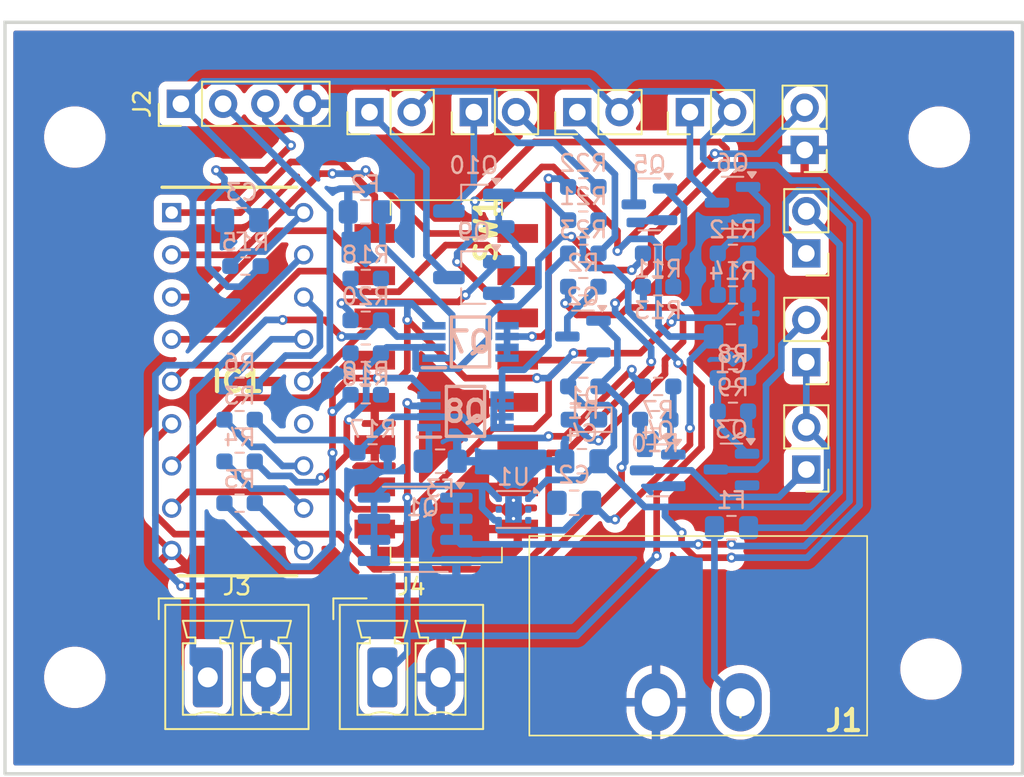
<source format=kicad_pcb>
(kicad_pcb (version 20241229) (generator "pcbnew") (generator_version "9.0")
  (layers (0 "F.Cu" signal) (2 "B.Cu" signal) (13 "F.Paste" user) (15 "B.Paste" user) (5 "F.SilkS" user "F.Silkscreen") (7 "B.SilkS" user "B.Silkscreen") (1 "F.Mask" user) (3 "B.Mask" user) (25 "Edge.Cuts" user))
  (net 0 "")
  (net 1 "+5V")
  (net 2 "Net-(BZ1--)")
  (net 3 "GND")
  (net 4 "+BATT")
  (net 5 "Net-(J2-Pin_3)")
  (net 6 "Net-(D1-A)")
  (net 7 "Net-(D2-A)")
  (net 8 "Net-(D2-K)")
  (net 9 "Net-(D3-A)")
  (net 10 "Net-(D3-K)")
  (net 11 "Net-(SW2-B)")
  (net 12 "Net-(J1-Pin_1)")
  (net 13 "Net-(Q7-S1)")
  (net 14 "Net-(Q8-S1)")
  (net 15 "Net-(IC1-OSC2)")
  (net 16 "Net-(IC1-A6)")
  (net 17 "Net-(IC1-A4)")
  (net 18 "Net-(IC1-A3)")
  (net 19 "Net-(IC1-D9)")
  (net 20 "Net-(IC1-D10)")
  (net 21 "Net-(IC1-A5)")
  (net 22 "Valid_transmission")
  (net 23 "Net-(IC1-A0)")
  (net 25 "Net-(IC1-A7)")
  (net 26 "Net-(IC1-OSC1)")
  (net 27 "Net-(IC1-A2)")
  (net 28 "Net-(IC1-A1)")
  (net 29 "Input_data")
  (net 30 "Net-(IC1-D8)")
  (net 31 "Net-(J3-Pin_1)")
  (net 32 "Net-(J4-Pin_1)")
  (net 33 "Net-(LA2--)")
  (net 34 "Net-(LA3--)")
  (net 35 "Net-(LA4--)")
  (net 36 "Net-(SW2-A)")
  (net 37 "Net-(Q2-D)")
  (net 38 "Net-(Q3-G)")
  (net 39 "Net-(Q4-G)")
  (net 40 "Net-(Q5-G)")
  (net 41 "Net-(Q6-G)")
  (net 42 "Net-(Q7-D1_1)")
  (net 43 "AD9")
  (net 44 "AD8")
  (net 45 "Net-(Q8-D1_1)")
  (net 46 "AD10")
  (net 47 "Net-(Q9-B)")
  (net 48 "Net-(Q10-B)")
  (footprint "Connector_Phoenix_MC:PhoenixContact_MCV_1,5_2-G-3.5_1x02_P3.50mm_Vertical" (layer "F.Cu") (at 91 161.5)
    (property "Reference" "J4")
    (property "Value" "Conn_01x02")
  )
  (footprint "PUT_RocketLab_other:2198MSTR" (layer "F.Cu") (at 94.8425 143.69 90)
    (property "Reference" "SW1")
    (property "Value" "SW_DIP_x08" (hide yes))
  )
  (footprint "PUT_RocketLab_other:PinHeader_1x02_P2.54mm_Vertical_led_relayboard_lpbox" (layer "F.Cu") (at 109.5 127.5 90)
    (property "Reference" "LA4" (hide yes))
    (property "Value" "Lamp")
  )
  (footprint "PUT_RocketLab_other:PinHeader_1x02_P2.54mm_Vertical_led_relayboard_lpbox" (layer "F.Cu") (at 116.5 136 180)
    (property "Reference" "SW2" (hide yes))
    (property "Value" "switch")
  )
  (footprint "PUT_RocketLab_other:PinHeader_1x02_P2.54mm_Vertical_led_relayboard_lpbox" (layer "F.Cu") (at 102.725 127.5 90)
    (property "Reference" "LA3" (hide yes))
    (property "Value" "Lamp")
  )
  (footprint "PUT_RocketLab_IC:DIP18 HT12" (layer "F.Cu") (at 82.2945 143.704)
    (property "Reference" "IC1")
    (property "Value" "HT12D-18DIP" (hide yes))
  )
  (footprint "MountingHole:MountingHole_3.2mm_M3" (layer "F.Cu") (at 124.5 129)
    (property "Reference" "H2")
    (property "Value" "MountingHole" (hide yes))
  )
  (footprint "PUT_RocketLab_other:XY2500R-DS(5.08)-02P" (layer "F.Cu") (at 110 163 180)
    (property "Reference" "J1")
    (property "Value" "Conn_01x02" (hide yes))
  )
  (footprint "PUT_RocketLab_other:PinHeader_1x02_P2.54mm_Vertical_led_relayboard_lpbox" (layer "F.Cu") (at 90.225 127.5 90)
    (property "Reference" "D2" (hide yes))
    (property "Value" "BPW21")
  )
  (footprint "MountingHole:MountingHole_3.2mm_M3" (layer "F.Cu") (at 72.5 161.5)
    (property "Reference" "H3")
    (property "Value" "MountingHole" (hide yes))
  )
  (footprint "Connector_Phoenix_MC:PhoenixContact_MCV_1,5_2-G-3.5_1x02_P3.50mm_Vertical" (layer "F.Cu") (at 80.5 161.5)
    (property "Reference" "J3")
    (property "Value" "Conn_01x02")
  )
  (footprint "PUT_RocketLab_other:PinHeader_1x02_P2.54mm_Vertical_led_relayboard_lpbox" (layer "F.Cu") (at 116.5 149 180)
    (property "Reference" "LA2" (hide yes))
    (property "Value" "Lamp")
  )
  (footprint "PUT_RocketLab_other:PinHeader_1x02_P2.54mm_Vertical_led_relayboard_lpbox" (layer "F.Cu") (at 116.5 142.54 180)
    (property "Reference" "BZ1" (hide yes))
    (property "Value" "Buzzer")
  )
  (footprint "PUT_RocketLab_other:PinHeader_1x02_P2.54mm_Vertical_led_relayboard_lpbox" (layer "F.Cu") (at 116.4 129.775 180)
    (property "Reference" "LA1" (hide yes))
    (property "Value" "Lamp")
  )
  (footprint "PUT_RocketLab_other:PinHeader_1x02_P2.54mm_Vertical_led_relayboard_lpbox" (layer "F.Cu") (at 96.5 127.5 90)
    (property "Reference" "D3" (hide yes))
    (property "Value" "BPW21")
  )
  (footprint "MountingHole:MountingHole_3.2mm_M3" (layer "F.Cu") (at 72.5 129)
    (property "Reference" "H1")
    (property "Value" "MountingHole" (hide yes))
  )
  (footprint "Connector_PinHeader_2.54mm:PinHeader_1x04_P2.54mm_Vertical" (layer "F.Cu") (at 78.88 127 90)
    (property "Reference" "J2")
    (property "Value" "Conn_01x04_Pin")
  )
  (footprint "MountingHole:MountingHole_3.2mm_M3" (layer "F.Cu") (at 124 161)
    (property "Reference" "H4")
    (property "Value" "MountingHole" (hide yes))
  )
  (footprint "Package_TO_SOT_SMD:SOT-23" (layer "B.Cu") (at 112.0625 132.95 180)
    (property "Reference" "Q6")
    (property "Value" "BSS138")
  )
  (footprint "Fuse:Fuse_0805_2012Metric_Pad1.15x1.40mm_HandSolder" (layer "B.Cu") (at 89.975 133.5 180)
    (property "Reference" "F2")
    (property "Value" "Fuse")
  )
  (footprint "Resistor_SMD:R_0603_1608Metric_Pad0.98x0.95mm_HandSolder" (layer "B.Cu") (at 82.4125 148.51 180)
    (property "Reference" "R4")
    (property "Value" "1k")
  )
  (footprint "Resistor_SMD:R_0603_1608Metric_Pad0.98x0.95mm_HandSolder" (layer "B.Cu") (at 82.4125 151.02 180)
    (property "Reference" "R5")
    (property "Value" "1k")
  )
  (footprint "Package_TO_SOT_SMD:SOT-23_Handsoldering" (layer "B.Cu") (at 96.5 137.45 180)
    (property "Reference" "Q9")
    (property "Value" "BC817")
  )
  (footprint "Package_TO_SOT_SMD:SOT-23" (layer "B.Cu") (at 107.5625 149.05 180)
    (property "Reference" "Q4")
    (property "Value" "BSS138")
  )
  (footprint "Package_TO_SOT_SMD:SOT-23" (layer "B.Cu") (at 103.0625 141 180)
    (property "Reference" "Q2")
    (property "Value" "BSS84")
  )
  (footprint "Resistor_SMD:R_0603_1608Metric_Pad0.98x0.95mm_HandSolder" (layer "B.Cu") (at 90.4125 148 180)
    (property "Reference" "R17")
    (property "Value" "1k")
  )
  (footprint "Resistor_SMD:R_0603_1608Metric_Pad0.98x0.95mm_HandSolder" (layer "B.Cu") (at 107.4125 146)
    (property "Reference" "R10")
    (property "Value" "33k")
  )
  (footprint "Resistor_SMD:R_0603_1608Metric_Pad0.98x0.95mm_HandSolder" (layer "B.Cu") (at 90 142)
    (property "Reference" "R16")
    (property "Value" "1k")
  )
  (footprint "Resistor_SMD:R_0603_1608Metric_Pad0.98x0.95mm_HandSolder" (layer "B.Cu") (at 82.7675 136.76 180)
    (property "Reference" "R15")
    (property "Value" "100k")
  )
  (footprint "Capacitor_SMD:C_0805_2012Metric_Pad1.18x1.45mm_HandSolder" (layer "B.Cu") (at 111.9625 141)
    (property "Reference" "C1")
    (property "Value" "4.7uF")
  )
  (footprint "Resistor_SMD:R_0603_1608Metric_Pad0.98x0.95mm_HandSolder" (layer "B.Cu") (at 103.0875 134 180)
    (property "Reference" "R21")
    (property "Value" "1k")
  )
  (footprint "Capacitor_SMD:C_0805_2012Metric_Pad1.18x1.45mm_HandSolder" (layer "B.Cu") (at 103 148.5 180)
    (property "Reference" "C4")
    (property "Value" "2.2uF")
  )
  (footprint "PUT_RocketLab_IC:SOP65P490X110-8N" (layer "B.Cu") (at 96 145.5)
    (property "Reference" "Q8")
    (property "Value" "IRF7503TRPBF" (hide yes))
  )
  (footprint "Package_TO_SOT_SMD:SOT-23_Handsoldering" (layer "B.Cu") (at 96.5 133.45 180)
    (property "Reference" "Q10")
    (property "Value" "BC817")
  )
  (footprint "Resistor_SMD:R_0603_1608Metric_Pad0.98x0.95mm_HandSolder" (layer "B.Cu") (at 103.0875 144)
    (property "Reference" "R1")
    (property "Value" "10K")
  )
  (footprint "Fuse:Fuse_0805_2012Metric_Pad1.15x1.40mm_HandSolder" (layer "B.Cu") (at 94.475 148.5)
    (property "Reference" "F3")
    (property "Value" "Fuse")
  )
  (footprint "Resistor_SMD:R_0603_1608Metric_Pad0.98x0.95mm_HandSolder" (layer "B.Cu") (at 103.0875 132 180)
    (property "Reference" "R22")
    (property "Value" "1k")
  )
  (footprint "Resistor_SMD:R_0603_1608Metric_Pad0.98x0.95mm_HandSolder" (layer "B.Cu") (at 103.0875 136 180)
    (property "Reference" "R23")
    (property "Value" "1k")
  )
  (footprint "Resistor_SMD:R_0603_1608Metric_Pad0.98x0.95mm_HandSolder" (layer "B.Cu") (at 103.0875 138 180)
    (property "Reference" "R2")
    (property "Value" "680R")
  )
  (footprint "Resistor_SMD:R_0603_1608Metric_Pad0.98x0.95mm_HandSolder" (layer "B.Cu") (at 107.5875 144)
    (property "Reference" "R7")
    (property "Value" "100R")
  )
  (footprint "Resistor_SMD:R_0603_1608Metric_Pad0.98x0.95mm_HandSolder" (layer "B.Cu") (at 112.0875 138.5 180)
    (property "Reference" "R14")
    (property "Value" "33k")
  )
  (footprint "Package_SON:WSON-6-1EP_2x2mm_P0.65mm_EP1x1.6mm_ThermalVias" (layer "B.Cu") (at 98.8875 151.4 180)
    (property "Reference" "U1")
    (property "Value" "TLV76750DRVx")
  )
  (footprint "Fuse:Fuse_0805_2012Metric_Pad1.15x1.40mm_HandSolder" (layer "B.Cu") (at 112 152.5 180)
    (property "Reference" "F1")
    (property "Value" "Fuse")
  )
  (footprint "Package_SO:SOIC-8_3.9x4.9mm_P1.27mm" (layer "B.Cu") (at 92.975 152.595 180)
    (property "Reference" "Q1")
    (property "Value" "IRF9393PBF")
  )
  (footprint "PUT_RocketLab_IC:SOP65P490X110-8N" (layer "B.Cu") (at 96.3 141.325)
    (property "Reference" "Q7")
    (property "Value" "IRF7503TRPBF" (hide yes))
  )
  (footprint "Capacitor_SMD:C_0805_2012Metric_Pad1.18x1.45mm_HandSolder" (layer "B.Cu") (at 102.5375 151 180)
    (property "Reference" "C2")
    (property "Value" "4.7uF/50V")
  )
  (footprint "Resistor_SMD:R_0603_1608Metric_Pad0.98x0.95mm_HandSolder" (layer "B.Cu") (at 90 144.5 180)
    (property "Reference" "R19")
    (property "Value" "1k")
  )
  (footprint "Resistor_SMD:R_0603_1608Metric_Pad0.98x0.95mm_HandSolder" (layer "B.Cu") (at 82.4125 144 180)
    (property "Reference" "R6")
    (property "Value" "750M")
  )
  (footprint "Package_TO_SOT_SMD:SOT-23" (layer "B.Cu") (at 107.0625 133.05 180)
    (property "Reference" "Q5")
    (property "Value" "BSS138")
  )
  (footprint "Package_TO_SOT_SMD:SOT-23" (layer "B.Cu") (at 112 149 180)
    (property "Reference" "Q3")
    (property "Value" "BSS138")
  )
  (footprint "Resistor_SMD:R_0603_1608Metric_Pad0.98x0.95mm_HandSolder" (layer "B.Cu") (at 82.4125 146 180)
    (property "Reference" "R3")
    (property "Value" "1k")
  )
  (footprint "Resistor_SMD:R_0603_1608Metric_Pad0.98x0.95mm_HandSolder" (layer "B.Cu") (at 107.5875 136)
    (property "Reference" "R11")
    (property "Value" "100R")
  )
  (footprint "Resistor_SMD:R_0603_1608Metric_Pad0.98x0.95mm_HandSolder" (layer "B.Cu") (at 90 137.51 180)
    (property "Reference" "R18")
    (property "Value" "1k")
  )
  (footprint "Resistor_SMD:R_0603_1608Metric_Pad0.98x0.95mm_HandSolder" (layer "B.Cu") (at 107.5875 138)
    (property "Reference" "R13")
    (property "Value" "33k")
  )
  (footprint "LED_SMD:LED_0603_1608Metric_Pad1.05x0.95mm_HandSolder" (layer "B.Cu") (at 103.125 146 180)
    (property "Reference" "D1")
    (property "Value" "LED")
  )
  (footprint "Resistor_SMD:R_0603_1608Metric_Pad0.98x0.95mm_HandSolder" (layer "B.Cu") (at 112.0875 145.5 180)
    (property "Reference" "R9")
    (property "Value" "33k")
  )
  (footprint "Resistor_SMD:R_0603_1608Metric_Pad0.98x0.95mm_HandSolder" (layer "B.Cu") (at 112.0875 136 180)
    (property "Reference" "R12")
    (property "Value" "100R")
  )
  (footprint "Resistor_SMD:R_0603_1608Metric_Pad0.98x0.95mm_HandSolder" (layer "B.Cu") (at 90 140.02 180)
    (property "Reference" "R20")
    (property "Value" "1k")
  )
  (footprint "Capacitor_SMD:C_0805_2012Metric_Pad1.18x1.45mm_HandSolder" (layer "B.Cu") (at 82.5375 134 180)
    (property "Reference" "C3")
    (property "Value" "4.7uF/50V")
  )
  (footprint "Resistor_SMD:R_0603_1608Metric_Pad0.98x0.95mm_HandSolder" (layer "B.Cu") (at 112.0875 143.49 180)
    (property "Reference" "R8")
    (property "Value" "100R")
  )
  (gr_rect (start 68.3 122.1) (end 129.5 167.3) (stroke (width 0.2)) (fill no) (layer "Edge.Cuts"))
  (segment (start 109 152.8) (end 109 153.48995) (width 0.4) (layer "F.Cu") (net 1))
  (segment (start 109.810053 154.300003) (end 112 154.300003) (width 0.4) (layer "F.Cu") (net 1))
  (segment (start 109 153.48995) (end 109.810053 154.300003) (width 0.4) (layer "F.Cu") (net 1))
  (via (at 112 154.300003) (size 0.6) (drill 0.3) (layers "F.Cu" "B.Cu") (net 1))
  (via (at 109 152.8) (size 0.6) (drill 0.3) (layers "F.Cu" "B.Cu") (net 1))
  (segment (start 108 151.25) (end 106.7875 151.25) (width 0.4) (layer "B.Cu") (net 1))
  (segment (start 104.558142 145.125) (end 104.925 145.491858) (width 0.4) (layer "B.Cu") (net 1))
  (segment (start 104.0375 148.5) (end 102.9125 149.625) (width 0.4) (layer "B.Cu") (net 1))
  (segment (start 102.175 144) (end 102.175 144.175) (width 0.4) (layer "B.Cu") (net 1))
  (segment (start 80.23 125.65) (end 78.88 127) (width 0.4) (layer "B.Cu") (net 1))
  (segment (start 102.175 144.175) (end 103.125 145.125) (width 0.4) (layer "B.Cu") (net 1))
  (segment (start 103.415 125.65) (end 80.23 125.65) (width 0.4) (layer "B.Cu") (net 1))
  (segment (start 114.686472 130.7) (end 110.71005 130.7) (width 0.4) (layer "B.Cu") (net 1))
  (segment (start 102.175 143.775) (end 104 141.95) (width 0.4) (layer "B.Cu") (net 1))
  (segment (start 106.515 126.25) (end 110.79 126.25) (width 0.4) (layer "B.Cu") (net 1))
  (segment (start 119.7 134.043705) (end 117.266295 131.61) (width 0.4) (layer "B.Cu") (net 1))
  (segment (start 110.79 126.25) (end 112.04 127.5) (width 0.4) (layer "B.Cu") (net 1))
  (segment (start 116.5 146.46) (end 117.75 147.71) (width 0.4) (layer "B.Cu") (net 1))
  (segment (start 102.175 144) (end 102.175 143.775) (width 0.4) (layer "B.Cu") (net 1))
  (segment (start 110.71005 130.7) (end 110.3 130.28995) (width 0.4) (layer "B.Cu") (net 1))
  (segment (start 116.75 151.25) (end 108 151.25) (width 0.4) (layer "B.Cu") (net 1))
  (segment (start 106.7875 151.25) (end 104.0375 148.5) (width 0.4) (layer "B.Cu") (net 1))
  (segment (start 81.855 136.76) (end 82.73 135.885) (width 0.4) (layer "B.Cu") (net 1))
  (segment (start 104.925 145.491858) (end 104.925 147.6125) (width 0.4) (layer "B.Cu") (net 1))
  (segment (start 117.266295 131.61) (end 115.596472 131.61) (width 0.4) (layer "B.Cu") (net 1))
  (segment (start 82.73 135.885) (end 83.9225 135.885) (width 0.4) (layer "B.Cu") (net 1))
  (segment (start 112 154.300003) (end 116.548525 154.300003) (width 0.4) (layer "B.Cu") (net 1))
  (segment (start 100.9125 149.625) (end 99.7875 150.75) (width 0.4) (layer "B.Cu") (net 1))
  (segment (start 110.3 129.24) (end 112.04 127.5) (width 0.4) (layer "B.Cu") (net 1))
  (segment (start 117.75 150.25) (end 116.75 151.25) (width 0.4) (layer "B.Cu") (net 1))
  (segment (start 85.424 133.544) (end 78.88 127) (width 0.4) (layer "B.Cu") (net 1))
  (segment (start 116.5 142.54) (end 116.5 146.46) (width 0.4) (layer "B.Cu") (net 1))
  (segment (start 102.9125 149.625) (end 100.9125 149.625) (width 0.4) (layer "B.Cu") (net 1))
  (segment (start 105.265 127.5) (end 106.515 126.25) (width 0.4) (layer "B.Cu") (net 1))
  (segment (start 83.9225 135.885) (end 86.2635 133.544) (width 0.4) (layer "B.Cu") (net 1))
  (segment (start 115.596472 131.61) (end 114.686472 130.7) (width 0.4) (layer "B.Cu") (net 1))
  (segment (start 117.75 147.71) (end 117.75 150.25) (width 0.4) (layer "B.Cu") (net 1))
  (segment (start 104.925 147.6125) (end 104.0375 148.5) (width 0.4) (layer "B.Cu") (net 1))
  (segment (start 116.548525 154.300003) (end 119.7 151.148528) (width 0.4) (layer "B.Cu") (net 1))
  (segment (start 86.2635 133.544) (end 85.424 133.544) (width 0.4) (layer "B.Cu") (net 1))
  (segment (start 103.125 145.125) (end 104.558142 145.125) (width 0.4) (layer "B.Cu") (net 1))
  (segment (start 108 151.8) (end 109 152.8) (width 0.4) (layer "B.Cu") (net 1))
  (segment (start 105.265 127.5) (end 103.415 125.65) (width 0.4) (layer "B.Cu") (net 1))
  (segment (start 119.7 151.148528) (end 119.7 134.043705) (width 0.4) (layer "B.Cu") (net 1))
  (segment (start 110.3 130.28995) (end 110.3 129.24) (width 0.4) (layer "B.Cu") (net 1))
  (segment (start 108 151.25) (end 108 151.8) (width 0.4) (layer "B.Cu") (net 1))
  (segment (start 116.5 140) (end 115 141.5) (width 0.4) (layer "B.Cu") (net 2))
  (segment (start 114.075 143.925) (end 114.075 148.431974) (width 0.4) (layer "B.Cu") (net 2))
  (segment (start 114.075 148.431974) (end 113.506974 149) (width 0.4) (layer "B.Cu") (net 2))
  (segment (start 115 143) (end 114.075 143.925) (width 0.4) (layer "B.Cu") (net 2))
  (segment (start 113.506974 149) (end 111.0625 149) (width 0.4) (layer "B.Cu") (net 2))
  (segment (start 115 141.5) (end 115 143) (width 0.4) (layer "B.Cu") (net 2))
  (segment (start 100.6 130.8) (end 98 133.4) (width 0.4) (layer "F.Cu") (net 4))
  (segment (start 111 130) (end 110.5 130.5) (width 0.4) (layer "F.Cu") (net 4))
  (segment (start 105.141562 135.848389) (end 105.141562 134.651612) (width 0.4) (layer "F.Cu") (net 4))
  (segment (start 110.5 130.5) (end 110.489951 130.5) (width 0.4) (layer "F.Cu") (net 4))
  (segment (start 110.489951 130.5) (end 105.141562 135.848389) (width 0.4) (layer "F.Cu") (net 4))
  (segment (start 105.141562 134.651612) (end 101.28995 130.8) (width 0.4) (layer "F.Cu") (net 4))
  (segment (start 109.5 147.5) (end 105 152) (width 0.4) (layer "F.Cu") (net 4))
  (segment (start 109.5 146.5) (end 109.5 147.5) (width 0.4) (layer "F.Cu") (net 4))
  (segment (start 101.28995 130.8) (end 100.6 130.8) (width 0.4) (layer "F.Cu") (net 4))
  (via (at 111 130) (size 0.6) (drill 0.3) (layers "F.Cu" "B.Cu") (net 4))
  (via (at 105 152) (size 0.6) (drill 0.3) (layers "F.Cu" "B.Cu") (net 4))
  (via (at 98 133.4) (size 0.6) (drill 0.3) (layers "F.Cu" "B.Cu") (net 4))
  (via (at 105.141562 135.848389) (size 0.6) (drill 0.3) (layers "F.Cu" "B.Cu") (net 4))
  (via (at 109.5 146.5) (size 0.6) (drill 0.3) (layers "F.Cu" "B.Cu") (net 4))
  (segment (start 90.5 153.23) (end 90.5 151.96) (width 0.4) (layer "B.Cu") (net 4))
  (segment (start 90.5 150.69) (end 91.2 149.99) (width 0.4) (layer "B.Cu") (net 4))
  (segment (start 97 149.99) (end 97.24 149.99) (width 0.4) (layer "B.Cu") (net 4))
  (segment (start 107.6125 140.333142) (end 108.279358 141) (width 0.4) (layer "B.Cu") (net 4))
  (segment (start 109.5 142.425) (end 109.5 146.5) (width 0.4) (layer "B.Cu") (net 4))
  (segment (start 104.575 152) (end 103.575 151) (width 0.4) (layer "B.Cu") (net 4))
  (segment (start 90.5 151.96) (end 90.5 150.69) (width 0.4) (layer "B.Cu") (net 4))
  (segment (start 98.0375 152.65) (end 97.9875 152.6) (width 0.4) (layer "B.Cu") (net 4))
  (segment (start 107.195642 135.125) (end 107.6125 135.541858) (width 0.4) (layer "B.Cu") (net 4))
  (segment (start 97.749134 152.05) (end 97.9875 152.05) (width 0.4) (layer "B.Cu") (net 4))
  (segment (start 97.9875 152.6) (end 97.9875 152.05) (width 0.4) (layer "B.Cu") (net 4))
  (segment (start 105.141562 135.848389) (end 105.864951 135.125) (width 0.4) (layer "B.Cu") (net 4))
  (segment (start 110.925 141) (end 108.279358 141) (width 0.4) (layer "B.Cu") (net 4))
  (segment (start 98 138.4) (end 99.5 136.9) (width 0.4) (layer "B.Cu") (net 4))
  (segment (start 113.635 130) (end 111 130) (width 0.4) (layer "B.Cu") (net 4))
  (segment (start 97.9875 150.7375) (end 97.9875 150.75) (width 0.4) (layer "B.Cu") (net 4))
  (segment (start 98 133.4) (end 98 134.4) (width 0.4) (layer "B.Cu") (net 4))
  (segment (start 116.4 127.235) (end 113.635 130) (width 0.4) (layer "B.Cu") (net 4))
  (segment (start 97 151.300866) (end 97.749134 152.05) (width 0.4) (layer "B.Cu") (net 4))
  (segment (start 99 135.5) (end 99 135.4) (width 0.4) (layer "B.Cu") (net 4))
  (segment (start 105.864951 135.125) (end 107.195642 135.125) (width 0.4) (layer "B.Cu") (net 4))
  (segment (start 97.24 149.99) (end 97.9875 150.7375) (width 0.4) (layer "B.Cu") (net 4))
  (segment (start 103.575 151) (end 101.925 152.65) (width 0.4) (layer "B.Cu") (net 4))
  (segment (start 101.925 152.65) (end 98.0375 152.65) (width 0.4) (layer "B.Cu") (net 4))
  (segment (start 110.925 141) (end 109.5 142.425) (width 0.4) (layer "B.Cu") (net 4))
  (segment (start 90.5 154.5) (end 90.5 153.23) (width 0.4) (layer "B.Cu") (net 4))
  (segment (start 99.5 136.9) (end 99.5 136) (width 0.4) (layer "B.Cu") (net 4))
  (segment (start 97 149.99) (end 97 151.300866) (width 0.4) (layer "B.Cu") (net 4))
  (segment (start 91.2 149.99) (end 97 149.99) (width 0.4) (layer "B.Cu") (net 4))
  (segment (start 99.5 136) (end 99 135.5) (width 0.4) (layer "B.Cu") (net 4))
  (segment (start 105 152) (end 104.575 152) (width 0.4) (layer "B.Cu") (net 4))
  (segment (start 99 135.4) (end 98 134.4) (width 0.4) (layer "B.Cu") (net 4))
  (segment (start 107.6125 135.541858) (end 107.6125 140.333142) (width 0.4) (layer "B.Cu") (net 4))
  (segment (start 85.5 129.5) (end 84 131) (width 0.4) (layer "F.Cu") (net 5))
  (segment (start 84 131) (end 81 131) (width 0.4) (layer "F.Cu") (net 5))
  (via (at 81 131) (size 0.6) (drill 0.3) (layers "F.Cu" "B.Cu") (net 5))
  (via (at 85.5 129.5) (size 0.6) (drill 0.3) (layers "F.Cu" "B.Cu") (net 5))
  (segment (start 81.5375 131.9625) (end 83.575 134) (width 0.4) (layer "B.Cu") (net 5))
  (segment (start 81.5375 131.9625) (end 80.5125 132.9875) (width 0.4) (layer "B.Cu") (net 5))
  (segment (start 83.96 127.96) (end 85.5 129.5) (width 0.4) (layer "B.Cu") (net 5))
  (segment (start 83.96 127) (end 83.96 127.96) (width 0.4) (layer "B.Cu") (net 5))
  (segment (start 80.5125 132.9875) (end 80.5125 136.813142) (width 0.4) (layer "B.Cu") (net 5))
  (segment (start 81.5 131.925) (end 81.5375 131.9625) (width 0.4) (layer "B.Cu") (net 5))
  (segment (start 80.5125 136.813142) (end 81.699358 138) (width 0.4) (layer "B.Cu") (net 5))
  (segment (start 81.699358 138) (end 82.44 138) (width 0.4) (layer "B.Cu") (net 5))
  (segment (start 82.44 138) (end 83.68 136.76) (width 0.4) (layer "B.Cu") (net 5))
  (segment (start 81.5 131.5) (end 81.5 131.925) (width 0.4) (layer "B.Cu") (net 5))
  (segment (start 81 131) (end 81.5 131.5) (width 0.4) (layer "B.Cu") (net 5))
  (segment (start 108 143.25) (end 108 142.75) (width 0.4) (layer "F.Cu") (net 6))
  (segment (start 109.084654 141.311974) (end 109.084654 139.825396) (width 0.4) (layer "F.Cu") (net 6))
  (segment (start 102.7 139.7) (end 102 139) (width 0.4) (layer "F.Cu") (net 6))
  (segment (start 105.73995 139.25) (end 105.28995 139.7) (width 0.4) (layer "F.Cu") (net 6))
  (segment (start 108 142.396628) (end 109.084654 141.311974) (width 0.4) (layer "F.Cu") (net 6))
  (segment (start 105.28995 139.7) (end 102.7 139.7) (width 0.4) (layer "F.Cu") (net 6))
  (segment (start 108.509258 139.25) (end 105.73995 139.25) (width 0.4) (layer "F.Cu") (net 6))
  (segment (start 109.084654 139.825396) (end 108.509258 139.25) (width 0.4) (layer "F.Cu") (net 6))
  (segment (start 108 142.75) (end 108 142.396628) (width 0.4) (layer "F.Cu") (net 6))
  (segment (start 104 147.25) (end 108 143.25) (width 0.4) (layer "F.Cu") (net 6))
  (via (at 104 147.25) (size 0.6) (drill 0.3) (layers "F.Cu" "B.Cu") (net 6))
  (via (at 102 139) (size 0.6) (drill 0.3) (layers "F.Cu" "B.Cu") (net 6))
  (segment (start 103.5 147.25) (end 104 147.25) (width 0.4) (layer "B.Cu") (net 6))
  (segment (start 102.25 146) (end 103.5 147.25) (width 0.4) (layer "B.Cu") (net 6))
  (segment (start 102.175 138) (end 102.175 138.825) (width 0.4) (layer "B.Cu") (net 6))
  (segment (start 102.175 138.825) (end 102 139) (width 0.4) (layer "B.Cu") (net 6))
  (segment (start 93.65 136.1) (end 93.65 130.925) (width 0.4) (layer "B.Cu") (net 7))
  (segment (start 95 137.45) (end 93.65 136.1) (width 0.4) (layer "B.Cu") (net 7))
  (segment (start 93.65 130.925) (end 90.225 127.5) (width 0.4) (layer "B.Cu") (net 7))
  (segment (start 99.122233 129.35) (end 97.75 127.977767) (width 0.4) (layer "B.Cu") (net 8))
  (segment (start 104 132) (end 101.35 129.35) (width 0.4) (layer "B.Cu") (net 8))
  (segment (start 101.35 129.35) (end 99.122233 129.35) (width 0.4) (layer "B.Cu") (net 8))
  (segment (start 97.75 126.25) (end 94.015 126.25) (width 0.4) (layer "B.Cu") (net 8))
  (segment (start 97.75 127.977767) (end 97.75 126.25) (width 0.4) (layer "B.Cu") (net 8))
  (segment (start 94.015 126.25) (end 92.765 127.5) (width 0.4) (layer "B.Cu") (net 8))
  (segment (start 95 133.45) (end 96.5 131.95) (width 0.4) (layer "B.Cu") (net 9))
  (segment (start 96.5 131.95) (end 96.5 127.5) (width 0.4) (layer "B.Cu") (net 9))
  (segment (start 102.5 128.75) (end 100.29 128.75) (width 0.4) (layer "B.Cu") (net 10))
  (segment (start 104 136) (end 104.9875 135.0125) (width 0.4) (layer "B.Cu") (net 10))
  (segment (start 104.9875 131.2375) (end 102.5 128.75) (width 0.4) (layer "B.Cu") (net 10))
  (segment (start 100.29 128.75) (end 99.04 127.5) (width 0.4) (layer "B.Cu") (net 10))
  (segment (start 104.9875 135.0125) (end 104.9875 131.2375) (width 0.4) (layer "B.Cu") (net 10))
  (segment (start 118.5 135.46) (end 116.5 133.46) (width 0.4) (layer "B.Cu") (net 11))
  (segment (start 116.348528 152.5) (end 118.5 150.348528) (width 0.4) (layer "B.Cu") (net 11))
  (segment (start 118.5 150.348528) (end 118.5 135.46) (width 0.4) (layer "B.Cu") (net 11))
  (segment (start 113.025 152.5) (end 116.348528 152.5) (width 0.4) (layer "B.Cu") (net 11))
  (segment (start 110.975 152.5) (end 110.975 161.435) (width 0.4) (layer "B.Cu") (net 12))
  (segment (start 110.975 161.435) (end 112.54 163) (width 0.4) (layer "B.Cu") (net 12))
  (segment (start 95.2 139.7) (end 91 135.5) (width 0.4) (layer "B.Cu") (net 13))
  (segment (start 94.1 142.3) (end 95.175 142.3) (width 0.4) (layer "B.Cu") (net 13))
  (segment (start 91 135.5) (end 91 133.5) (width 0.4) (layer "B.Cu") (net 13))
  (segment (start 95.2 142.275) (end 95.2 139.7) (width 0.4) (layer "B.Cu") (net 13))
  (segment (start 95.175 142.3) (end 95.2 142.275) (width 0.4) (layer "B.Cu") (net 13))
  (segment (start 93.8 146.475) (end 93.8 148.15) (width 0.4) (layer "B.Cu") (net 14))
  (segment (start 93.8 148.15) (end 93.45 148.5) (width 0.4) (layer "B.Cu") (net 14))
  (segment (start 84.336 141.164) (end 86.2635 141.164) (width 0.4) (layer "B.Cu") (net 15))
  (segment (start 81.5 144) (end 84.336 141.164) (width 0.4) (layer "B.Cu") (net 15))
  (segment (start 89.08 142.42) (end 88.1755 143.3245) (width 0.4) (layer "F.Cu") (net 16))
  (segment (start 88.1755 143.3245) (end 87.5 143.3245) (width 0.4) (layer "F.Cu") (net 16))
  (segment (start 90.5425 142.42) (end 89.08 142.42) (width 0.4) (layer "F.Cu") (net 16))
  (segment (start 87.5 143.3245) (end 87.5 143.852723) (width 0.4) (layer "F.Cu") (net 16))
  (segment (start 82.426 144.6835) (end 78.3255 148.784) (width 0.4) (layer "F.Cu") (net 16))
  (segment (start 87.5 143.852723) (end 86.669223 144.6835) (width 0.4) (layer "F.Cu") (net 16))
  (segment (start 86.669223 144.6835) (end 82.426 144.6835) (width 0.4) (layer "F.Cu") (net 16))
  (segment (start 78.3255 143.704) (end 79.305 142.7245) (width 0.4) (layer "F.Cu") (net 17))
  (segment (start 87.80845 142.7245) (end 90.5425 139.99045) (width 0.4) (layer "F.Cu") (net 17))
  (segment (start 79.305 142.7245) (end 87.80845 142.7245) (width 0.4) (layer "F.Cu") (net 17))
  (segment (start 90.5425 139.99045) (end 90.5425 139.88) (width 0.4) (layer "F.Cu") (net 17))
  (segment (start 81.8995 141.164) (end 78.3255 141.164) (width 0.4) (layer "F.Cu") (net 18))
  (segment (start 92 138.305) (end 88.9225 138.305) (width 0.4) (layer "F.Cu") (net 18))
  (segment (start 97.3025 135.5) (end 94.805 135.5) (width 0.4) (layer "F.Cu") (net 18))
  (segment (start 99.1425 137.34) (end 97.3025 135.5) (width 0.4) (layer "F.Cu") (net 18))
  (segment (start 86 137.0635) (end 81.8995 141.164) (width 0.4) (layer "F.Cu") (net 18))
  (segment (start 87.681 137.0635) (end 86 137.0635) (width 0.4) (layer "F.Cu") (net 18))
  (segment (start 88.9225 138.305) (end 87.681 137.0635) (width 0.4) (layer "F.Cu") (net 18))
  (segment (start 94.805 135.5) (end 92 138.305) (width 0.4) (layer "F.Cu") (net 18))
  (segment (start 83.135 150.145) (end 81.5 148.51) (width 0.4) (layer "B.Cu") (net 19))
  (segment (start 86.2635 151.324) (end 85.0845 150.145) (width 0.4) (layer "B.Cu") (net 19))
  (segment (start 85.0845 150.145) (end 83.135 150.145) (width 0.4) (layer "B.Cu") (net 19))
  (segment (start 84.994642 148.784) (end 86.2635 148.784) (width 0.4) (layer "B.Cu") (net 20))
  (segment (start 81.5 146) (end 83.135 147.635) (width 0.4) (layer "B.Cu") (net 20))
  (segment (start 83.845642 147.635) (end 84.994642 148.784) (width 0.4) (layer "B.Cu") (net 20))
  (segment (start 83.135 147.635) (end 83.845642 147.635) (width 0.4) (layer "B.Cu") (net 20))
  (segment (start 100.4325 153.875) (end 101 153.3075) (width 0.4) (layer "F.Cu") (net 21))
  (segment (start 101 153.3075) (end 101 148) (width 0.4) (layer "F.Cu") (net 21))
  (segment (start 100.13995 129.3) (end 96.570558 132.869392) (width 0.4) (layer "F.Cu") (net 21))
  (segment (start 107.530761 134.669239) (end 111.7 130.5) (width 0.4) (layer "F.Cu") (net 21))
  (segment (start 78.5 152.8845) (end 88.3845 152.8845) (width 0.4) (layer "F.Cu") (net 21))
  (segment (start 77.346 147.2235) (end 77.346 151.7305) (width 0.4) (layer "F.Cu") (net 21))
  (segment (start 111.28995 129.3) (end 100.13995 129.3) (width 0.4) (layer "F.Cu") (net 21))
  (segment (start 107.169239 135.5) (end 107.169239 134.669239) (width 0.4) (layer "F.Cu") (net 21))
  (segment (start 88.3845 152.8845) (end 90.500003 155.000003) (width 0.4) (layer "F.Cu") (net 21))
  (segment (start 105 139) (end 107.169239 136.830761) (width 0.4) (layer "F.Cu") (net 21))
  (segment (start 98.88 139.88) (end 99.1425 139.88) (width 0.4) (layer "F.Cu") (net 21))
  (segment (start 101.98995 148) (end 107.16924 142.82071) (width 0.4) (layer "F.Cu") (net 21))
  (segment (start 111.7 130.5) (end 111.7 129.71005) (width 0.4) (layer "F.Cu") (net 21))
  (segment (start 111.7 129.71005) (end 111.28995 129.3) (width 0.4) (layer "F.Cu") (net 21))
  (segment (start 77.346 151.7305) (end 78.5 152.8845) (width 0.4) (layer "F.Cu") (net 21))
  (segment (start 101 148) (end 101.98995 148) (width 0.4) (layer "F.Cu") (net 21))
  (segment (start 100.375 153.875) (end 100.4325 153.875) (width 0.4) (layer "F.Cu") (net 21))
  (segment (start 90.500003 155.000003) (end 99.249997 155.000003) (width 0.4) (layer "F.Cu") (net 21))
  (segment (start 107.169239 136.830761) (end 107.169239 135.5) (width 0.4) (layer "F.Cu") (net 21))
  (segment (start 99.249997 155.000003) (end 100.375 153.875) (width 0.4) (layer "F.Cu") (net 21))
  (segment (start 95.5 136.5) (end 98.88 139.88) (width 0.4) (layer "F.Cu") (net 21))
  (segment (start 107.169239 134.669239) (end 107.530761 134.669239) (width 0.4) (layer "F.Cu") (net 21))
  (segment (start 78.3255 146.244) (end 77.346 147.2235) (width 0.4) (layer "F.Cu") (net 21))
  (via (at 105 139) (size 0.6) (drill 0.3) (layers "F.Cu" "B.Cu") (net 21))
  (via (at 107.16924 142.5) (size 0.6) (drill 0.3) (layers "F.Cu" "B.Cu") (net 21))
  (via (at 95.5 136.5) (size 0.6) (drill 0.3) (layers "F.Cu" "B.Cu") (net 21))
  (via (at 96.570558 132.869392) (size 0.6) (drill 0.3) (layers "F.Cu" "B.Cu") (net 21))
  (segment (start 107.16924 141.690924) (end 105 139.521684) (width 0.4) (layer "B.Cu") (net 21))
  (segment (start 96.570558 134.929442) (end 95.5 136) (width 0.4) (layer "B.Cu") (net 21))
  (segment (start 105 139.521684) (end 105 139) (width 0.4) (layer "B.Cu") (net 21))
  (segment (start 95.5 136) (end 95.5 136.5) (width 0.4) (layer "B.Cu") (net 21))
  (segment (start 96.570558 132.869392) (end 96.570558 134.929442) (width 0.4) (layer "B.Cu") (net 21))
  (segment (start 107.16924 142.5) (end 107.16924 141.690924) (width 0.4) (layer "B.Cu") (net 21))
  (segment (start 105.388865 149.767163) (end 99.156028 156) (width 0.4) (layer "F.Cu") (net 22))
  (segment (start 99.156028 156) (end 78.9 156) (width 0.4) (layer "F.Cu") (net 22))
  (segment (start 105.388865 148.861415) (end 105.388865 149.767163) (width 0.4) (layer "F.Cu") (net 22))
  (via (at 105.388865 148.861415) (size 0.6) (drill 0.3) (layers "F.Cu" "B.Cu") (net 22))
  (via (at 78.9 156) (size 0.6) (drill 0.3) (layers "F.Cu" "B.Cu") (net 22))
  (segment (start 105.616694 145.384339) (end 105.616694 145.129194) (width 0.4) (layer "B.Cu") (net 22))
  (segment (start 105.616694 145.384339) (end 105.6125 145.388533) (width 0.4) (layer "B.Cu") (net 22))
  (segment (start 105.1375 142.8625) (end 105.1375 141.1875) (width 0.4) (layer "B.Cu") (net 22))
  (segment (start 77.346 143.298277) (end 77.346 154.446) (width 0.4) (layer "B.Cu") (net 22))
  (segment (start 104.4875 144) (end 104 144) (width 0.4) (layer "B.Cu") (net 22))
  (segment (start 104 144) (end 105.1375 142.8625) (width 0.4) (layer "B.Cu") (net 22))
  (segment (start 79.623 142.7245) (end 77.919777 142.7245) (width 0.4) (layer "B.Cu") (net 22))
  (segment (start 86.2635 136.084) (end 79.623 142.7245) (width 0.4) (layer "B.Cu") (net 22))
  (segment (start 105.1375 141.1875) (end 104 140.05) (width 0.4) (layer "B.Cu") (net 22))
  (segment (start 105.6125 145.388533) (end 105.6125 148.543026) (width 0.4) (layer "B.Cu") (net 22))
  (segment (start 105.616694 145.129194) (end 104.4875 144) (width 0.4) (layer "B.Cu") (net 22))
  (segment (start 77.346 154.446) (end 78.9 156) (width 0.4) (layer "B.Cu") (net 22))
  (segment (start 105.388865 148.766661) (end 105.388865 148.861415) (width 0.4) (layer "B.Cu") (net 22))
  (segment (start 77.919777 142.7245) (end 77.346 143.298277) (width 0.4) (layer "B.Cu") (net 22))
  (segment (start 105.6125 148.543026) (end 105.388865 148.766661) (width 0.4) (layer "B.Cu") (net 22))
  (segment (start 88.5 130.5) (end 90.5425 132.5425) (width 0.4) (layer "F.Cu") (net 23))
  (segment (start 78.3255 133.544) (end 82.44595 133.544) (width 0.4) (layer "F.Cu") (net 23))
  (segment (start 90.5425 132.5425) (end 90.5425 134.8) (width 0.4) (layer "F.Cu") (net 23))
  (segment (start 82.44595 133.544) (end 85.48995 130.5) (width 0.4) (layer "F.Cu") (net 23))
  (segment (start 85.48995 130.5) (end 88.5 130.5) (width 0.4) (layer "F.Cu") (net 23))
  (segment (start 101.92 142.42) (end 99.1425 142.42) (width 0.4) (layer "F.Cu") (net 25))
  (segment (start 97.64495 146.535) (end 100.1525 146.535) (width 0.4) (layer "F.Cu") (net 25))
  (segment (start 102 142.5) (end 101.92 142.42) (width 0.4) (layer "F.Cu") (net 25))
  (segment (start 88.3445 150.3445) (end 89.39 151.39) (width 0.4) (layer "F.Cu") (net 25))
  (segment (start 92.78995 151.39) (end 97.64495 146.535) (width 0.4) (layer "F.Cu") (net 25))
  (segment (start 89.39 151.39) (end 92.78995 151.39) (width 0.4) (layer "F.Cu") (net 25))
  (segment (start 100.1525 146.535) (end 101 145.6875) (width 0.4) (layer "F.Cu") (net 25))
  (segment (start 78.3255 151.324) (end 79.305 150.3445) (width 0.4) (layer "F.Cu") (net 25))
  (segment (start 79.305 150.3445) (end 88.3445 150.3445) (width 0.4) (layer "F.Cu") (net 25))
  (segment (start 101 145.6875) (end 101 143.5) (width 0.4) (layer "F.Cu") (net 25))
  (segment (start 101 143.5) (end 102 142.5) (width 0.4) (layer "F.Cu") (net 25))
  (segment (start 87.243 141.569723) (end 87.243 139.6035) (width 0.4) (layer "B.Cu") (net 26))
  (segment (start 86.669223 142.1435) (end 87.243 141.569723) (width 0.4) (layer "B.Cu") (net 26))
  (segment (start 87.243 139.6035) (end 86.2635 138.624) (width 0.4) (layer "B.Cu") (net 26))
  (segment (start 83.325 144) (end 85.1815 142.1435) (width 0.4) (layer "B.Cu") (net 26))
  (segment (start 85.1815 142.1435) (end 86.669223 142.1435) (width 0.4) (layer "B.Cu") (net 26))
  (segment (start 80.646805 138.624) (end 84.635403 134.635402) (width 0.4) (layer "F.Cu") (net 27))
  (segment (start 78.3255 138.624) (end 80.646805 138.624) (width 0.4) (layer "F.Cu") (net 27))
  (segment (start 84.635403 134.635402) (end 87.837902 134.635402) (width 0.4) (layer "F.Cu") (net 27))
  (segment (start 87.837902 134.635402) (end 90.5425 137.34) (width 0.4) (layer "F.Cu") (net 27))
  (segment (start 82.338277 136.084) (end 87.222277 131.2) (width 0.4) (layer "F.Cu") (net 28))
  (segment (start 78.3255 136.084) (end 82.338277 136.084) (width 0.4) (layer "F.Cu") (net 28))
  (segment (start 93.8 134.8) (end 99.1425 134.8) (width 0.4) (layer "F.Cu") (net 28))
  (segment (start 90 131) (end 93.8 134.8) (width 0.4) (layer "F.Cu") (net 28))
  (segment (start 87.222277 131.2) (end 88 131.2) (width 0.4) (layer "F.Cu") (net 28))
  (via (at 90 131) (size 0.6) (drill 0.3) (layers "F.Cu" "B.Cu") (net 28))
  (via (at 88 131.2) (size 0.6) (drill 0.3) (layers "F.Cu" "B.Cu") (net 28))
  (segment (start 88 131.2) (end 89.8 131.2) (width 0.4) (layer "B.Cu") (net 28))
  (segment (start 89.8 131.2) (end 90 131) (width 0.4) (layer "B.Cu") (net 28))
  (segment (start 87.843 142.1245) (end 87.843 133.423) (width 0.4) (layer "B.Cu") (net 29))
  (segment (start 87.843 133.423) (end 81.42 127) (width 0.4) (layer "B.Cu") (net 29))
  (segment (start 86.2635 143.704) (end 87.843 142.1245) (width 0.4) (layer "B.Cu") (net 29))
  (segment (start 86.2635 153.864) (end 83.4195 151.02) (width 0.4) (layer "B.Cu") (net 30))
  (segment (start 83.4195 151.02) (end 83.325 151.02) (width 0.4) (layer "B.Cu") (net 30))
  (segment (start 85 140) (end 87.543 140) (width 0.4) (layer "F.Cu") (net 31))
  (segment (start 87.543 140) (end 88.543 141) (width 0.4) (layer "F.Cu") (net 31))
  (via (at 85 140) (size 0.6) (drill 0.3) (layers "F.Cu" "B.Cu") (net 31))
  (via (at 88.543 141) (size 0.6) (drill 0.3) (layers "F.Cu" "B.Cu") (net 31))
  (segment (start 89.9325 141) (end 90.9125 140.02) (width 0.4) (layer "B.Cu") (net 31))
  (segment (start 79.6 160.6) (end 79.6 144.4) (width 0.4) (layer "B.Cu") (net 31))
  (segment (start 91.8925 141) (end 90.9125 140.02) (width 0.4) (layer "B.Cu") (net 31))
  (segment (start 84 140) (end 85 140) (width 0.4) (layer "B.Cu") (net 31))
  (segment (start 88.543 141) (end 89.9325 141) (width 0.4) (layer "B.Cu") (net 31))
  (segment (start 79.6 144.4) (end 84 140) (width 0.4) (layer "B.Cu") (net 31))
  (segment (start 80.5 161.5) (end 79.6 160.6) (width 0.4) (layer "B.Cu") (net 31))
  (segment (start 94.1 141) (end 91.8925 141) (width 0.4) (layer "B.Cu") (net 31))
  (segment (start 107.5 154.2) (end 107.5 150.348528) (width 0.4) (layer "F.Cu") (net 32))
  (segment (start 107.5 150.348528) (end 110.2 147.648528) (width 0.4) (layer "F.Cu") (net 32))
  (segment (start 110.2 143.986578) (end 108.8 142.586578) (width 0.4) (layer "F.Cu") (net 32))
  (segment (start 108.913422 142.586578) (end 108.8 142.586578) (width 0.4) (layer "F.Cu") (net 32))
  (segment (start 92.5 150.69) (end 92.5 145) (width 0.4) (layer "F.Cu") (net 32))
  (segment (start 110.2 147.648528) (end 110.2 143.986578) (width 0.4) (layer "F.Cu") (net 32))
  (via (at 107.5 154.2) (size 0.6) (drill 0.3) (layers "F.Cu" "B.Cu") (net 32))
  (via (at 108.8 142.586578) (size 0.6) (drill 0.3) (layers "F.Cu" "B.Cu") (net 32))
  (via (at 92.5 150.69) (size 0.6) (drill 0.3) (layers "F.Cu" "B.Cu") (net 32))
  (via (at 92.5 145) (size 0.6) (drill 0.3) (layers "F.Cu" "B.Cu") (net 32))
  (segment (start 102.7 159) (end 107.5 154.2) (width 0.4) (layer "B.Cu") (net 32))
  (segment (start 105.7875 139.460656) (end 108.8 142.473156) (width 0.4) (layer "B.Cu") (net 32))
  (segment (start 103.479358 136.875) (end 104.875 136.875) (width 0.4) (layer "B.Cu") (net 32))
  (segment (start 92.675 145.175) (end 93.8 145.175) (width 0.4) (layer "B.Cu") (net 32))
  (segment (start 92.5 159) (end 92.5 150.69) (width 0.4) (layer "B.Cu") (net 32))
  (segment (start 103.0625 136.458142) (end 103.479358 136.875) (width 0.4) (layer "B.Cu") (net 32))
  (segment (start 92.5 160) (end 92.5 159) (width 0.4) (layer "B.Cu") (net 32))
  (segment (start 104.875 136.875) (end 105.7875 137.7875) (width 0.4) (layer "B.Cu") (net 32))
  (segment (start 105.7875 137.7875) (end 105.7875 139.460656) (width 0.4) (layer "B.Cu") (net 32))
  (segment (start 92.5 145) (end 92.675 145.175) (width 0.4) (layer "B.Cu") (net 32))
  (segment (start 103.0625 134.9375) (end 103.0625 136.458142) (width 0.4) (layer "B.Cu") (net 32))
  (segment (start 92.5 159) (end 102.7 159) (width 0.4) (layer "B.Cu") (net 32))
  (segment (start 108.8 142.473156) (end 108.8 142.586578) (width 0.4) (layer "B.Cu") (net 32))
  (segment (start 91 161.5) (end 92.5 160) (width 0.4) (layer "B.Cu") (net 32))
  (segment (start 104 134) (end 103.0625 134.9375) (width 0.4) (layer "B.Cu") (net 32))
  (segment (start 111.193026 150.65) (end 114.85 150.65) (width 0.4) (layer "B.Cu") (net 33))
  (segment (start 106.625 149.05) (end 109.593026 149.05) (width 0.4) (layer "B.Cu") (net 33))
  (segment (start 114.85 150.65) (end 116.5 149) (width 0.4) (layer "B.Cu") (net 33))
  (segment (start 109.593026 149.05) (end 111.193026 150.65) (width 0.4) (layer "B.Cu") (net 33))
  (segment (start 106.125 133.05) (end 106.125 130.9) (width 0.4) (layer "B.Cu") (net 34))
  (segment (start 106.125 130.9) (end 102.725 127.5) (width 0.4) (layer "B.Cu") (net 34))
  (segment (start 111.125 132.95) (end 109.5 131.325) (width 0.4) (layer "B.Cu") (net 35))
  (segment (start 109.5 131.325) (end 109.5 127.5) (width 0.4) (layer "B.Cu") (net 35))
  (segment (start 112 153.5) (end 110 153.5) (width 0.4) (layer "F.Cu") (net 36))
  (via (at 112 153.5) (size 0.6) (drill 0.3) (layers "F.Cu" "B.Cu") (net 36))
  (via (at 110 153.5) (size 0.6) (drill 0.3) (layers "F.Cu" "B.Cu") (net 36))
  (segment (start 116.4 153.6) (end 112.1 153.6) (width 0.4) (layer "B.Cu") (net 36))
  (segment (start 95.45 153.23) (end 95.45 151.96) (width 0.4) (layer "B.Cu") (net 36))
  (segment (start 95.72 153.5) (end 95.45 153.23) (width 0.4) (layer "B.Cu") (net 36))
  (segment (start 116.5 136) (end 115.25 134.75) (width 0.4) (layer "B.Cu") (net 36))
  (segment (start 110 153.5) (end 95.72 153.5) (width 0.4) (layer "B.Cu") (net 36))
  (segment (start 119.1 150.9) (end 116.4 153.6) (width 0.4) (layer "B.Cu") (net 36))
  (segment (start 115.25 134.75) (end 115.25 132.942233) (width 0.4) (layer "B.Cu") (net 36))
  (segment (start 112.1 153.6) (end 112 153.5) (width 0.4) (layer "B.Cu") (net 36))
  (segment (start 115.982233 132.21) (end 117.017767 132.21) (width 0.4) (layer "B.Cu") (net 36))
  (segment (start 117.017767 132.21) (end 119.1 134.292233) (width 0.4) (layer "B.Cu") (net 36))
  (segment (start 115.25 132.942233) (end 115.982233 132.21) (width 0.4) (layer "B.Cu") (net 36))
  (segment (start 95.45 150.69) (end 95.45 151.96) (width 0.4) (layer "B.Cu") (net 36))
  (segment (start 119.1 134.292233) (end 119.1 150.9) (width 0.4) (layer "B.Cu") (net 36))
  (segment (start 102.125 139.875) (end 104 138) (width 0.4) (layer "B.Cu") (net 37))
  (segment (start 102.125 141) (end 102.125 139.875) (width 0.4) (layer "B.Cu") (net 37))
  (segment (start 111.175 145.5) (end 111.175 146.2875) (width 0.4) (layer "B.Cu") (net 38))
  (segment (start 111.175 143.49) (end 111.175 145.5) (width 0.4) (layer "B.Cu") (net 38))
  (segment (start 111.175 146.2875) (end 112.9375 148.05) (width 0.4) (layer "B.Cu") (net 38))
  (segment (start 108.5 144) (end 108.5 145.825) (width 0.4) (layer "B.Cu") (net 39))
  (segment (start 108.5 145.825) (end 108.325 146) (width 0.4) (layer "B.Cu") (net 39))
  (segment (start 108.325 147.925) (end 108.5 148.1) (width 0.4) (layer "B.Cu") (net 39))
  (segment (start 108.325 146) (end 108.325 147.925) (width 0.4) (layer "B.Cu") (net 39))
  (segment (start 109.1375 135.3625) (end 109.1375 133.2375) (width 0.4) (layer "B.Cu") (net 40))
  (segment (start 109.1375 133.2375) (end 108 132.1) (width 0.4) (layer "B.Cu") (net 40))
  (segment (start 108.5 136) (end 109.1375 135.3625) (width 0.4) (layer "B.Cu") (net 40))
  (segment (start 108.5 136) (end 108.5 138) (width 0.4) (layer "B.Cu") (net 40))
  (segment (start 113 132) (end 114.1375 133.1375) (width 0.4) (layer "B.Cu") (net 41))
  (segment (start 113.294474 135.125) (end 112.05 135.125) (width 0.4) (layer "B.Cu") (net 41))
  (segment (start 114.1375 134.281974) (end 113.294474 135.125) (width 0.4) (layer "B.Cu") (net 41))
  (segment (start 111.175 136) (end 111.175 138.5) (width 0.4) (layer "B.Cu") (net 41))
  (segment (start 112.05 135.125) (end 111.175 136) (width 0.4) (layer "B.Cu") (net 41))
  (segment (start 114.1375 133.1375) (end 114.1375 134.281974) (width 0.4) (layer "B.Cu") (net 41))
  (segment (start 100 141) (end 100.6075 141) (width 0.4) (layer "F.Cu") (net 42))
  (segment (start 101 140.6075) (end 101 131.5) (width 0.4) (layer "F.Cu") (net 42))
  (segment (start 100.6075 141) (end 101 140.6075) (width 0.4) (layer "F.Cu") (net 42))
  (via (at 100 141) (size 0.6) (drill 0.3) (layers "F.Cu" "B.Cu") (net 42))
  (via (at 101 131.5) (size 0.6) (drill 0.3) (layers "F.Cu" "B.Cu") (net 42))
  (segment (start 98.5 141.65) (end 98.5 141) (width 0.4) (layer "B.Cu") (net 42))
  (segment (start 101.675 131.5) (end 102.175 132) (width 0.4) (layer "B.Cu") (net 42))
  (segment (start 98.5 142.3) (end 98.5 141.65) (width 0.4) (layer "B.Cu") (net 42))
  (segment (start 98.5 141) (end 100 141) (width 0.4) (layer "B.Cu") (net 42))
  (segment (start 98.5 141) (end 98.5 140.35) (width 0.4) (layer "B.Cu") (net 42))
  (segment (start 101 131.5) (end 101.675 131.5) (width 0.4) (layer "B.Cu") (net 42))
  (segment (start 102.3625 135) (end 104.3625 137) (width 0.4) (layer "F.Cu") (net 43))
  (segment (start 88.861171 148.128779) (end 88.861171 146.138829) (width 0.4) (layer "F.Cu") (net 43))
  (segment (start 87.48995 149.5) (end 88.861171 148.128779) (width 0.4) (layer "F.Cu") (net 43))
  (segment (start 87.3 149.5) (end 87.48995 149.5) (width 0.4) (layer "F.Cu") (net 43))
  (segment (start 104.3625 137) (end 106 137) (width 0.4) (layer "F.Cu") (net 43))
  (segment (start 88.861171 146.138829) (end 89 146) (width 0.4) (layer "F.Cu") (net 43))
  (via (at 87.3 149.5) (size 0.6) (drill 0.3) (layers "F.Cu" "B.Cu") (net 43))
  (via (at 106 137) (size 0.6) (drill 0.3) (layers "F.Cu" "B.Cu") (net 43))
  (via (at 102.3625 135) (size 0.6) (drill 0.3) (layers "F.Cu" "B.Cu") (net 43))
  (via (at 89 146) (size 0.6) (drill 0.3) (layers "F.Cu" "B.Cu") (net 43))
  (segment (start 85.478277 149.384) (end 85.857777 149.7635) (width 0.4) (layer "B.Cu") (net 43))
  (segment (start 87.0365 149.7635) (end 87.3 149.5) (width 0.4) (layer "B.Cu") (net 43))
  (segment (start 100.3875 136.391858) (end 101.779358 135) (width 0.4) (layer "B.Cu") (net 43))
  (segment (start 91.2625 141.65) (end 90.9125 142) (width 0.4) (layer "B.Cu") (net 43))
  (segment (start 95.575 142.925) (end 97.4 141.1) (width 0.4) (layer "B.Cu") (net 43))
  (segment (start 106.675 136) (end 106.675 136.325) (width 0.4) (layer "B.Cu") (net 43))
  (segment (start 85.857777 149.7635) (end 87.0365 149.7635) (width 0.4) (layer "B.Cu") (net 43))
  (segment (start 100.3875 138) (end 100.3875 136.391858) (width 0.4) (layer "B.Cu") (net 43))
  (segment (start 97.4 141.1) (end 97.4 139.8) (width 0.4) (layer "B.Cu") (net 43))
  (segment (start 90.025 144.975) (end 90.025 142.8875) (width 0.4) (layer "B.Cu") (net 43))
  (segment (start 89 146) (end 90.025 144.975) (width 0.4) (layer "B.Cu") (net 43))
  (segment (start 93 141.65) (end 91.2625 141.65) (width 0.4) (layer "B.Cu") (net 43))
  (segment (start 84.199 149.384) (end 85.478277 149.384) (width 0.4) (layer "B.Cu") (net 43))
  (segment (start 97.4 139.8) (end 98 139.2) (width 0.4) (layer "B.Cu") (net 43))
  (segment (start 83.325 148.51) (end 84.199 149.384) (width 0.4) (layer "B.Cu") (net 43))
  (segment (start 98 139.2) (end 99.1875 139.2) (width 0.4) (layer "B.Cu") (net 43))
  (segment (start 93 142.925) (end 95.575 142.925) (width 0.4) (layer "B.Cu") (net 43))
  (segment (start 101.779358 135) (end 102.3625 135) (width 0.4) (layer "B.Cu") (net 43))
  (segment (start 93 141.65) (end 93 142.925) (width 0.4) (layer "B.Cu") (net 43))
  (segment (start 106.675 136.325) (end 106 137) (width 0.4) (layer "B.Cu") (net 43))
  (segment (start 99.1875 139.2) (end 100.3875 138) (width 0.4) (layer "B.Cu") (net 43))
  (segment (start 90.025 142.8875) (end 90.9125 142) (width 0.4) (layer "B.Cu") (net 43))
  (segment (start 94.1 141.65) (end 93 141.65) (width 0.4) (layer "B.Cu") (net 43))
  (segment (start 92.5 143.0475) (end 92.5 140) (width 0.4) (layer "F.Cu") (net 44))
  (segment (start 88 144.5) (end 88 145.5) (width 0.4) (layer "F.Cu") (net 44))
  (segment (start 106.5 142) (end 108.384654 140.115346) (width 0.4) (layer "F.Cu") (net 44))
  (segment (start 90.725 143.5) (end 92.0475 143.5) (width 0.4) (layer "F.Cu") (net 44))
  (segment (start 92.0475 143.5) (end 92.5 143.0475) (width 0.4) (layer "F.Cu") (net 44))
  (segment (start 96 143.5) (end 100.3 143.5) (width 0.4) (layer "F.Cu") (net 44))
  (segment (start 88 148) (end 88 145.5) (width 0.4) (layer "F.Cu") (net 44))
  (segment (start 102.5 142) (end 106.5 142) (width 0.4) (layer "F.Cu") (net 44))
  (segment (start 89 143.5) (end 88 144.5) (width 0.4) (layer "F.Cu") (net 44))
  (segment (start 92.5 140) (end 96 143.5) (width 0.4) (layer "F.Cu") (net 44))
  (segment (start 90.725 143.5) (end 89 143.5) (width 0.4) (layer "F.Cu") (net 44))
  (via (at 88 148) (size 0.6) (drill 0.3) (layers "F.Cu" "B.Cu") (net 44))
  (via (at 108.384654 140.115346) (size 0.6) (drill 0.3) (layers "F.Cu" "B.Cu") (net 44))
  (via (at 102.5 142) (size 0.6) (drill 0.3) (layers "F.Cu" "B.Cu") (net 44))
  (via (at 100.3 143.5) (size 0.6) (drill 0.3) (layers "F.Cu" "B.Cu") (net 44))
  (via (at 90.725 143.5) (size 0.6) (drill 0.3) (layers "F.Cu" "B.Cu") (net 44))
  (via (at 92.5 140) (size 0.6) (drill 0.3) (layers "F.Cu" "B.Cu") (net 44))
  (via (at 88 145.5) (size 0.6) (drill 0.3) (layers "F.Cu" "B.Cu") (net 44))
  (segment (start 111.205296 139.865346) (end 108.634654 139.865346) (width 0.4) (layer "B.Cu") (net 44))
  (segment (start 93.8 144.525) (end 93.525 144.525) (width 0.4) (layer "B.Cu") (net 44))
  (segment (start 89.0875 137.51) (end 89.0875 137.985) (width 0.4) (layer "B.Cu") (net 44))
  (segment (start 112.0625 136.9375) (end 112.0625 139.008142) (width 0.4) (layer "B.Cu") (net 44))
  (segment (start 113 136) (end 112.0625 136.9375) (width 0.4) (layer "B.Cu") (net 44))
  (segment (start 85.3235 154.8435) (end 86.669223 154.8435) (width 0.4) (layer "B.Cu") (net 44))
  (segment (start 92.5 139.25) (end 92.75 139) (width 0.4) (layer "B.Cu") (net 44))
  (segment (start 112.0625 139.008142) (end 111.205296 139.865346) (width 0.4) (layer "B.Cu") (net 44))
  (segment (start 89.0875 137.985) (end 90.1025 139) (width 0.4) (layer "B.Cu") (net 44))
  (segment (start 108.634654 139.865346) (end 108.384654 140.115346) (width 0.4) (layer "B.Cu") (net 44))
  (segment (start 92.75 139) (end 94.1 140.35) (width 0.4) (layer "B.Cu") (net 44))
  (segment (start 81.5 151.02) (end 85.3235 154.8435) (width 0.4) (layer "B.Cu") (net 44))
  (segment (start 88.0875 145.5) (end 89.0875 144.5) (width 0.4) (layer "B.Cu") (net 44))
  (segment (start 100.3 143.5) (end 101 143.5) (width 0.4) (layer "B.Cu") (net 44))
  (segment (start 93.8 144.525) (end 92.775 143.5) (width 0.4) (layer "B.Cu") (net 44))
  (segment (start 113 143.49) (end 114.4 142.09) (width 0.4) (layer "B.Cu") (net 44))
  (segment (start 114.4 142.09) (end 114.4 137.4) (width 0.4) (layer "B.Cu") (net 44))
  (segment (start 101 143.5) (end 102.5 142) (width 0.4) (layer "B.Cu") (net 44))
  (segment (start 114.4 137.4) (end 113 136) (width 0.4) (layer "B.Cu") (net 44))
  (segment (start 88 153.512723) (end 88 148) (width 0.4) (layer "B.Cu") (net 44))
  (segment (start 90.1025 139) (end 92.75 139) (width 0.4) (layer "B.Cu") (net 44))
  (segment (start 92.5 140) (end 92.5 139.25) (width 0.4) (layer "B.Cu") (net 44))
  (segment (start 88 145.5) (end 88.0875 145.5) (width 0.4) (layer "B.Cu") (net 44))
  (segment (start 92.775 143.5) (end 90.725 143.5) (width 0.4) (layer "B.Cu") (net 44))
  (segment (start 86.669223 154.8435) (end 88 153.512723) (width 0.4) (layer "B.Cu") (net 44))
  (segment (start 98.2 144.525) (end 98.2 143.05) (width 0.4) (layer "B.Cu") (net 45))
  (segment (start 100.9875 141.5375) (end 100.9875 137.1875) (width 0.4) (layer "B.Cu") (net 45))
  (segment (start 98.2 144.525) (end 98.2 145.175) (width 0.4) (layer "B.Cu") (net 45))
  (segment (start 98.2 145.825) (end 98.2 146.475) (width 0.4) (layer "B.Cu") (net 45))
  (segment (start 97.7 145.825) (end 97.7 146.475) (width 0.4) (layer "B.Cu") (net 45))
  (segment (start 97.7 145.175) (end 97.7 145.825) (width 0.4) (layer "B.Cu") (net 45))
  (segment (start 99.525 143) (end 100.9875 141.5375) (width 0.4) (layer "B.Cu") (net 45))
  (segment (start 97.7 144.525) (end 97.7 145.175) (width 0.4) (layer "B.Cu") (net 45))
  (segment (start 98.2 145.175) (end 98.2 145.825) (width 0.4) (layer "B.Cu") (net 45))
  (segment (start 100.9875 137.1875) (end 102.175 136) (width 0.4) (layer "B.Cu") (net 45))
  (segment (start 98.2 143.05) (end 98.25 143) (width 0.4) (layer "B.Cu") (net 45))
  (segment (start 98.25 143) (end 99.525 143) (width 0.4) (layer "B.Cu") (net 45))
  (segment (start 102 147) (end 106 143) (width 0.4) (layer "F.Cu") (net 46))
  (segment (start 101 147) (end 102 147) (width 0.4) (layer "F.Cu") (net 46))
  (via (at 106 143) (size 0.6) (drill 0.3) (layers "F.Cu" "B.Cu") (net 46))
  (via (at 101 147) (size 0.6) (drill 0.3) (layers "F.Cu" "B.Cu") (net 46))
  (segment (start 83.325 146) (end 84.5485 147.2235) (width 0.4) (layer "B.Cu") (net 46))
  (segment (start 93.8 145.825) (end 91.675 145.825) (width 0.4) (layer "B.Cu") (net 46))
  (segment (start 91.675 145.825) (end 89.5 148) (width 0.4) (layer "B.Cu") (net 46))
  (segment (start 100.9 147.1) (end 101 147) (width 0.4) (layer "B.Cu") (net 46))
  (segment (start 95.825 145.825) (end 97.1 147.1) (width 0.4) (layer "B.Cu") (net 46))
  (segment (start 88.7235 147.2235) (end 89.5 148) (width 0.4) (layer "B.Cu") (net 46))
  (segment (start 93.8 145.825) (end 95.825 145.825) (width 0.4) (layer "B.Cu") (net 46))
  (segment (start 84.5485 147.2235) (end 88.7235 147.2235) (width 0.4) (layer "B.Cu") (net 46))
  (segment (start 97.1 147.1) (end 100.9 147.1) (width 0.4) (layer "B.Cu") (net 46))
  (segment (start 106 143) (end 106 143.325) (width 0.4) (layer "B.Cu") (net 46))
  (segment (start 106 143.325) (end 106.675 144) (width 0.4) (layer "B.Cu") (net 46))
  (segment (start 88.628 138.915) (end 95.585 138.915) (width 0.4) (layer "F.Cu") (net 47))
  (segment (start 95.585 138.915) (end 96 138.5) (width 0.4) (layer "F.Cu") (net 47))
  (segment (start 88.543 139) (end 88.628 138.915) (width 0.4) (layer "F.Cu") (net 47))
  (via (at 88.543 139) (size 0.6) (drill 0.3) (layers "F.Cu" "B.Cu") (net 47))
  (via (at 96 138.5) (size 0.6) (drill 0.3) (layers "F.Cu" "B.Cu") (net 47))
  (segment (start 96 138.5) (end 98 136.5) (width 0.4) (layer "B.Cu") (net 47))
  (segment (start 89.0875 139.5445) (end 88.543 139) (width 0.4) (layer "B.Cu") (net 47))
  (segment (start 89.0875 140.02) (end 89.0875 139.5445) (width 0.4) (layer "B.Cu") (net 47))
  (segment (start 98 132.5) (end 100.675 132.5) (width 0.4) (layer "B.Cu") (net 48))
  (segment (start 100.675 132.5) (end 102.175 134) (width 0.4) (layer "B.Cu") (net 48))
  (zone (net 3) (net_name "GND") (layers "F.Cu" "B.Cu") (connect_pads (clearance 0.5)) (min_thickness 0.25) (fill yes (thermal_gap 0.5) (thermal_bridge_width 0.5))
    (polygon (pts (xy 68 122) (xy 129.5 122) (xy 129.5 167.1) (xy 68.6 167.5)))
  )
)
</source>
